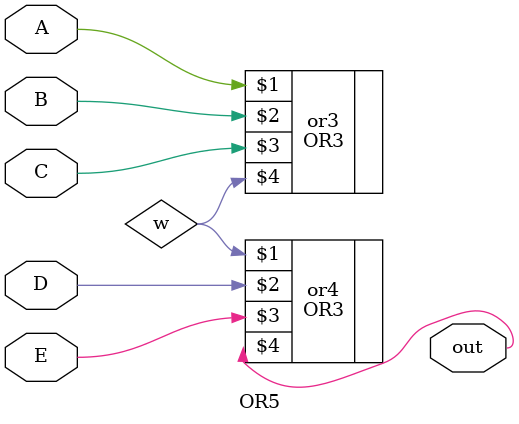
<source format=v>
module OR5 (
    input A, B, C, D, E, 

    output out
);

    wire w;
    OR3 or3(A, B, C, w);
    OR3 or4(w, D, E, out);

endmodule
</source>
